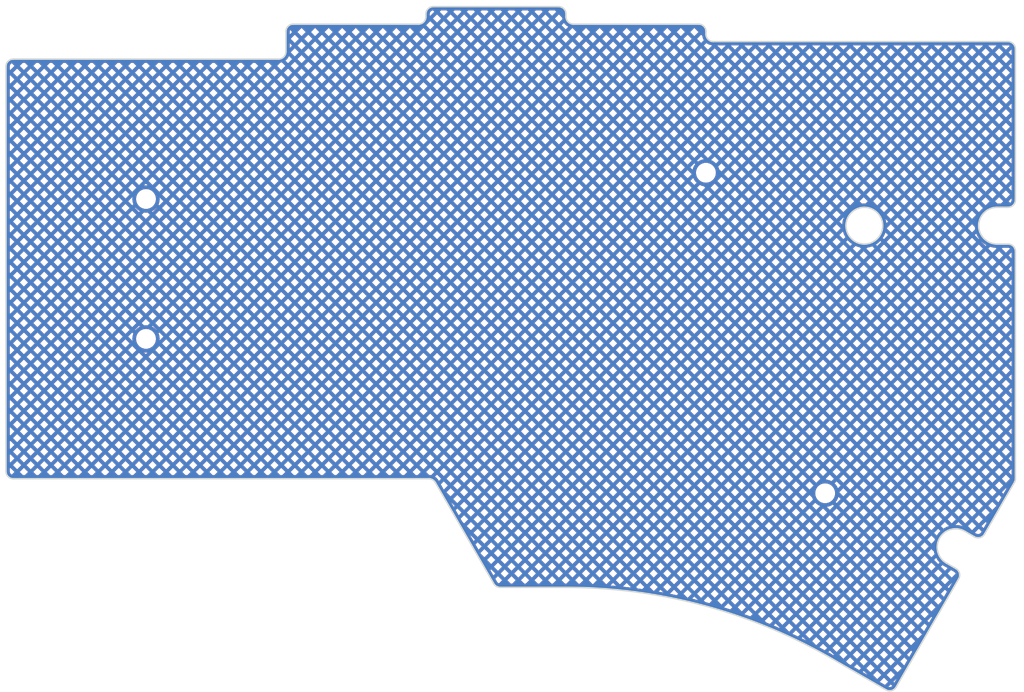
<source format=kicad_pcb>
(kicad_pcb (version 20221018) (generator pcbnew)
  (layers (0 "F.Cu" signal) (31 "B.Cu" signal) (34 "B.Paste" user) (35 "F.Paste" user) (36 "B.SilkS" user "B.Silkscreen") (37 "F.SilkS" user "F.Silkscreen") (38 "B.Mask" user) (39 "F.Mask" user) (44 "Edge.Cuts" user))
  (net 0 "")
  (footprint "one:Hole_2.2mm" (layer "F.Cu") (at 186.182152 116.463137)
    (fp_text reference "H1" hide)
    (fp_text value "MountingHole" hide)
    (pad "" np_thru_hole circle (at 0 0 270) (size 2.2 2.2) (drill 2.2) (layers "F&B.Cu" "*.Mask"))
  )
  (footprint "one:Hole_2.2mm" (layer "F.Cu") (at 170 72.92847)
    (fp_text reference "H2" hide)
    (fp_text value "MountingHole" hide)
    (pad "" np_thru_hole circle (at 0 0 270) (size 2.2 2.2) (drill 2.2) (layers "F&B.Cu" "*.Mask"))
  )
  (footprint "one:Hole_2.2mm" (layer "F.Cu") (at 94 76.49097)
    (fp_text reference "H4" hide)
    (fp_text value "MountingHole" hide)
    (pad "" np_thru_hole circle (at 0 0 270) (size 2.2 2.2) (drill 2.2) (layers "F&B.Cu" "*.Mask"))
  )
  (footprint "one:Hole_2.2mm" (layer "F.Cu") (at 94 95.49097)
    (fp_text reference "H3" hide)
    (fp_text value "MountingHole" hide)
    (pad "" np_thru_hole circle (at 0 0 270) (size 2.2 2.2) (drill 2.2) (layers "F&B.Cu" "*.Mask"))
  )
  (gr_arc (start 75 58.49097) (mid 75.29289 57.783858) (end 76 57.49097) (stroke (width 0.2)) (layer "Edge.Cuts"))
  (gr_arc (start 152 52.74097) (mid 151.29289 52.448077) (end 151 51.74097) (stroke (width 0.2)) (layer "Edge.Cuts"))
  (gr_line (start 203.941048 126.703779) (end 202.64201 125.953779) (stroke (width 0.2)) (layer "Edge.Cuts"))
  (gr_circle (center 191.5 80.11597) (end 194 80.11597) (stroke (width 0.2)) (fill none) (layer "Edge.Cuts"))
  (gr_line (start 151 51.74097) (end 151 51.36597) (stroke (width 0.2)) (layer "Edge.Cuts"))
  (gr_line (start 195.807073 142.792237) (end 204.307073 128.069805) (stroke (width 0.2)) (layer "Edge.Cuts"))
  (gr_arc (start 202.64201 125.953779) (mid 201.726944 122.53871) (end 205.14201 121.623652) (stroke (width 0.2)) (layer "Edge.Cuts"))
  (gr_arc (start 211 82.61597) (mid 211.707104 82.908864) (end 212 83.61597) (stroke (width 0.2)) (layer "Edge.Cuts"))
  (gr_line (start 205.14201 121.623652) (end 206.441048 122.373652) (stroke (width 0.2)) (layer "Edge.Cuts"))
  (gr_arc (start 212 76.61597) (mid 211.707104 77.323072) (end 211 77.61597) (stroke (width 0.2)) (layer "Edge.Cuts"))
  (gr_arc (start 151 129.2407) (mid 169.676295 131.699481) (end 187.079832 138.908262) (stroke (width 0.2)) (layer "Edge.Cuts"))
  (gr_arc (start 132 51.74097) (mid 131.707104 52.448072) (end 131 52.74097) (stroke (width 0.2)) (layer "Edge.Cuts"))
  (gr_line (start 187.079832 138.908262) (end 194.441048 143.158262) (stroke (width 0.2)) (layer "Edge.Cuts"))
  (gr_arc (start 171 55.11597) (mid 170.29289 54.823077) (end 170 54.11597) (stroke (width 0.2)) (layer "Edge.Cuts"))
  (gr_arc (start 195.807073 142.792237) (mid 195.199862 143.258206) (end 194.441048 143.158262) (stroke (width 0.2)) (layer "Edge.Cuts"))
  (gr_line (start 133.272914 114.99097) (end 141.211325 128.7407) (stroke (width 0.2)) (layer "Edge.Cuts"))
  (gr_line (start 207.807073 122.007627) (end 211.866025 114.977316) (stroke (width 0.2)) (layer "Edge.Cuts"))
  (gr_line (start 209.5 77.61597) (end 211 77.61597) (stroke (width 0.2)) (layer "Edge.Cuts"))
  (gr_line (start 212 76.61597) (end 212 56.11597) (stroke (width 0.2)) (layer "Edge.Cuts"))
  (gr_line (start 142.07735 129.2407) (end 151 129.2407) (stroke (width 0.2)) (layer "Edge.Cuts"))
  (gr_line (start 150 50.36597) (end 133 50.36597) (stroke (width 0.2)) (layer "Edge.Cuts"))
  (gr_arc (start 207.807073 122.007627) (mid 207.199863 122.473601) (end 206.441048 122.373652) (stroke (width 0.2)) (layer "Edge.Cuts"))
  (gr_line (start 75 58.49097) (end 75 113.49097) (stroke (width 0.2)) (layer "Edge.Cuts"))
  (gr_arc (start 209.5 82.61597) (mid 206.999992 80.115962) (end 209.5 77.61597) (stroke (width 0.2)) (layer "Edge.Cuts"))
  (gr_arc (start 150 50.36597) (mid 150.707104 50.658864) (end 151 51.36597) (stroke (width 0.2)) (layer "Edge.Cuts"))
  (gr_line (start 76 114.49097) (end 132.406889 114.49097) (stroke (width 0.2)) (layer "Edge.Cuts"))
  (gr_line (start 211 55.11597) (end 171 55.11597) (stroke (width 0.2)) (layer "Edge.Cuts"))
  (gr_line (start 132 51.36597) (end 132 51.74097) (stroke (width 0.2)) (layer "Edge.Cuts"))
  (gr_line (start 169 52.74097) (end 152 52.74097) (stroke (width 0.2)) (layer "Edge.Cuts"))
  (gr_arc (start 211 55.11597) (mid 211.707104 55.408864) (end 212 56.11597) (stroke (width 0.2)) (layer "Edge.Cuts"))
  (gr_arc (start 203.941048 126.703779) (mid 204.406923 127.310983) (end 204.307073 128.069805) (stroke (width 0.2)) (layer "Edge.Cuts"))
  (gr_arc (start 113 56.49097) (mid 112.707104 57.198072) (end 112 57.49097) (stroke (width 0.2)) (layer "Edge.Cuts"))
  (gr_line (start 211 82.61597) (end 209.5 82.61597) (stroke (width 0.2)) (layer "Edge.Cuts"))
  (gr_arc (start 132 51.36597) (mid 132.29289 50.658858) (end 133 50.36597) (stroke (width 0.2)) (layer "Edge.Cuts"))
  (gr_line (start 113 53.74097) (end 113 56.49097) (stroke (width 0.2)) (layer "Edge.Cuts"))
  (gr_line (start 131 52.74097) (end 114 52.74097) (stroke (width 0.2)) (layer "Edge.Cuts"))
  (gr_arc (start 169 52.74097) (mid 169.707104 53.033864) (end 170 53.74097) (stroke (width 0.2)) (layer "Edge.Cuts"))
  (gr_arc (start 132.406889 114.49097) (mid 132.906892 114.624941) (end 133.272914 114.99097) (stroke (width 0.2)) (layer "Edge.Cuts"))
  (gr_line (start 212 114.477316) (end 212 83.61597) (stroke (width 0.2)) (layer "Edge.Cuts"))
  (gr_arc (start 212 114.477316) (mid 211.965937 114.73614) (end 211.866025 114.977316) (stroke (width 0.2)) (layer "Edge.Cuts"))
  (gr_line (start 112 57.49097) (end 76 57.49097) (stroke (width 0.2)) (layer "Edge.Cuts"))
  (gr_arc (start 113 53.74097) (mid 113.29289 53.033858) (end 114 52.74097) (stroke (width 0.2)) (layer "Edge.Cuts"))
  (gr_line (start 170 54.11597) (end 170 53.74097) (stroke (width 0.2)) (layer "Edge.Cuts"))
  (gr_arc (start 142.07735 129.2407) (mid 141.577328 129.106747) (end 141.211325 128.7407) (stroke (width 0.2)) (layer "Edge.Cuts"))
  (gr_arc (start 76 114.49097) (mid 75.29289 114.198077) (end 75 113.49097) (stroke (width 0.2)) (layer "Edge.Cuts"))
  (zone (net 0) (net_name "") (layers "F&B.Cu") (connect_pads (clearance 0.2)) (min_thickness 0.25) (fill yes (mode hatch) (thermal_gap 0.5) (thermal_bridge_width 0.5) (island_removal_mode 1) (island_area_min 10) (hatch_thickness 0.5) (hatch_gap 0.8) (hatch_orientation 45) (hatch_border_algorithm hatch_thickness) (hatch_min_hole_area 0.3))
    (polygon (pts (xy 74.182152 49.463137) (xy 213.182227 49.463137) (xy 213.182227 143.463137) (xy 74.182152 143.463137)))
  )
)
</source>
